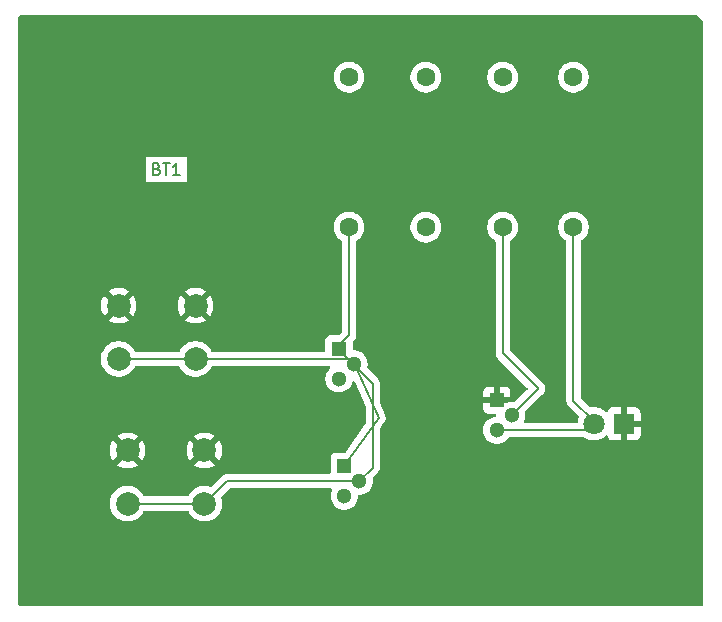
<source format=gbr>
%TF.GenerationSoftware,KiCad,Pcbnew,9.0.5*%
%TF.CreationDate,2025-10-25T12:16:36-07:00*%
%TF.ProjectId,1stproject,31737470-726f-46a6-9563-742e6b696361,rev?*%
%TF.SameCoordinates,Original*%
%TF.FileFunction,Copper,L1,Top*%
%TF.FilePolarity,Positive*%
%FSLAX46Y46*%
G04 Gerber Fmt 4.6, Leading zero omitted, Abs format (unit mm)*
G04 Created by KiCad (PCBNEW 9.0.5) date 2025-10-25 12:16:36*
%MOMM*%
%LPD*%
G01*
G04 APERTURE LIST*
%TA.AperFunction,Conductor*%
%ADD10C,0.200000*%
%TD*%
%ADD11C,0.150000*%
%TA.AperFunction,NonConductor*%
%ADD12C,0.150000*%
%TD*%
%TA.AperFunction,ComponentPad*%
%ADD13C,1.600000*%
%TD*%
%TA.AperFunction,ComponentPad*%
%ADD14R,1.300000X1.300000*%
%TD*%
%TA.AperFunction,ComponentPad*%
%ADD15C,1.300000*%
%TD*%
%TA.AperFunction,ComponentPad*%
%ADD16C,2.000000*%
%TD*%
%TA.AperFunction,ComponentPad*%
%ADD17R,1.800000X1.800000*%
%TD*%
%TA.AperFunction,ComponentPad*%
%ADD18C,1.800000*%
%TD*%
G04 APERTURE END LIST*
D10*
%TO.N,Net-(Q1-B)*%
X125090000Y-93165000D02*
X128000000Y-89075000D01*
X128000000Y-89075000D02*
X126000000Y-84575000D01*
D11*
D12*
X109214285Y-68006009D02*
X109357142Y-68053628D01*
X109357142Y-68053628D02*
X109404761Y-68101247D01*
X109404761Y-68101247D02*
X109452380Y-68196485D01*
X109452380Y-68196485D02*
X109452380Y-68339342D01*
X109452380Y-68339342D02*
X109404761Y-68434580D01*
X109404761Y-68434580D02*
X109357142Y-68482200D01*
X109357142Y-68482200D02*
X109261904Y-68529819D01*
X109261904Y-68529819D02*
X108880952Y-68529819D01*
X108880952Y-68529819D02*
X108880952Y-67529819D01*
X108880952Y-67529819D02*
X109214285Y-67529819D01*
X109214285Y-67529819D02*
X109309523Y-67577438D01*
X109309523Y-67577438D02*
X109357142Y-67625057D01*
X109357142Y-67625057D02*
X109404761Y-67720295D01*
X109404761Y-67720295D02*
X109404761Y-67815533D01*
X109404761Y-67815533D02*
X109357142Y-67910771D01*
X109357142Y-67910771D02*
X109309523Y-67958390D01*
X109309523Y-67958390D02*
X109214285Y-68006009D01*
X109214285Y-68006009D02*
X108880952Y-68006009D01*
X109738095Y-67529819D02*
X110309523Y-67529819D01*
X110023809Y-68529819D02*
X110023809Y-67529819D01*
X111166666Y-68529819D02*
X110595238Y-68529819D01*
X110880952Y-68529819D02*
X110880952Y-67529819D01*
X110880952Y-67529819D02*
X110785714Y-67672676D01*
X110785714Y-67672676D02*
X110690476Y-67767914D01*
X110690476Y-67767914D02*
X110595238Y-67815533D01*
%TD*%
D13*
%TO.P,R2,1*%
%TO.N,Net-(BT1-+)*%
X144500000Y-60225000D03*
%TO.P,R2,2*%
%TO.N,Net-(D1-A)*%
X144500000Y-72925000D03*
%TD*%
%TO.P,R4,1*%
%TO.N,Net-(BT1-+)*%
X125500000Y-60225000D03*
%TO.P,R4,2*%
%TO.N,Net-(Q1-B)*%
X125500000Y-72925000D03*
%TD*%
D14*
%TO.P,Q2,1,E*%
%TO.N,Net-(Q1-B)*%
X125090000Y-93165000D03*
D15*
%TO.P,Q2,2,B*%
X126360000Y-94435000D03*
%TO.P,Q2,3,C*%
%TO.N,Net-(Q1-C)*%
X125090000Y-95705000D03*
%TD*%
D14*
%TO.P,Q1,1,E*%
%TO.N,Net-(Q1-B)*%
X124640000Y-83230000D03*
D15*
%TO.P,Q1,2,B*%
X125910000Y-84500000D03*
%TO.P,Q1,3,C*%
%TO.N,Net-(Q1-C)*%
X124640000Y-85770000D03*
%TD*%
D13*
%TO.P,R1,1*%
%TO.N,Net-(BT1-+)*%
X138500000Y-60225000D03*
%TO.P,R1,2*%
%TO.N,Net-(Q1-C)*%
X138500000Y-72925000D03*
%TD*%
D16*
%TO.P,SW2,1,A*%
%TO.N,GND*%
X106750000Y-91825000D03*
X113250000Y-91825000D03*
%TO.P,SW2,2,B*%
%TO.N,Net-(Q1-B)*%
X106750000Y-96325000D03*
X113250000Y-96325000D03*
%TD*%
%TO.P,SW1,1,A*%
%TO.N,GND*%
X106000000Y-79575000D03*
X112500000Y-79575000D03*
%TO.P,SW1,2,B*%
%TO.N,Net-(Q1-B)*%
X106000000Y-84075000D03*
X112500000Y-84075000D03*
%TD*%
D17*
%TO.P,D1,1,K*%
%TO.N,GND*%
X148775000Y-89575000D03*
D18*
%TO.P,D1,2,A*%
%TO.N,Net-(D1-A)*%
X146235000Y-89575000D03*
%TD*%
D13*
%TO.P,R3,1*%
%TO.N,Net-(BT1-+)*%
X132000000Y-60225000D03*
%TO.P,R3,2*%
%TO.N,Net-(Q1-B)*%
X132000000Y-72925000D03*
%TD*%
D14*
%TO.P,Q3,1,E*%
%TO.N,GND*%
X138000000Y-87575000D03*
D15*
%TO.P,Q3,2,B*%
%TO.N,Net-(Q1-C)*%
X139270000Y-88845000D03*
%TO.P,Q3,3,C*%
%TO.N,Net-(D1-A)*%
X138000000Y-90115000D03*
%TD*%
D10*
%TO.N,Net-(D1-A)*%
X138000000Y-90115000D02*
X145695000Y-90115000D01*
X146235000Y-89575000D02*
X146235000Y-89340000D01*
X145695000Y-90115000D02*
X146235000Y-89575000D01*
X144500000Y-87605000D02*
X144500000Y-72925000D01*
X146235000Y-89340000D02*
X144500000Y-87605000D01*
%TO.N,Net-(Q1-B)*%
X124640000Y-83305000D02*
X124640000Y-82935000D01*
X113250000Y-96325000D02*
X115140000Y-94435000D01*
X127500000Y-93295000D02*
X127500000Y-86165000D01*
X125410000Y-84075000D02*
X125910000Y-84575000D01*
X112500000Y-84075000D02*
X125410000Y-84075000D01*
X126360000Y-94435000D02*
X127500000Y-93295000D01*
X115140000Y-94435000D02*
X126360000Y-94435000D01*
X106000000Y-84075000D02*
X112500000Y-84075000D01*
X106750000Y-96325000D02*
X113250000Y-96325000D01*
X127500000Y-86165000D02*
X124640000Y-83305000D01*
X124640000Y-82935000D02*
X125500000Y-82075000D01*
X125500000Y-82075000D02*
X125500000Y-72925000D01*
%TO.N,Net-(Q1-C)*%
X139270000Y-88845000D02*
X141500000Y-86615000D01*
X141500000Y-86615000D02*
X141500000Y-86575000D01*
X138500000Y-83575000D02*
X138500000Y-72925000D01*
X141500000Y-86575000D02*
X138500000Y-83575000D01*
%TD*%
%TA.AperFunction,Conductor*%
%TO.N,GND*%
G36*
X155015677Y-55019685D02*
G01*
X155036319Y-55036319D01*
X155463681Y-55463681D01*
X155497166Y-55525004D01*
X155500000Y-55551362D01*
X155500000Y-104876000D01*
X155480315Y-104943039D01*
X155427511Y-104988794D01*
X155376000Y-105000000D01*
X97624000Y-105000000D01*
X97556961Y-104980315D01*
X97511206Y-104927511D01*
X97500000Y-104876000D01*
X97500000Y-91706947D01*
X105250000Y-91706947D01*
X105250000Y-91943052D01*
X105286934Y-92176247D01*
X105359897Y-92400802D01*
X105467087Y-92611174D01*
X105527338Y-92694104D01*
X105527340Y-92694105D01*
X106226212Y-91995233D01*
X106237482Y-92037292D01*
X106309890Y-92162708D01*
X106412292Y-92265110D01*
X106537708Y-92337518D01*
X106579765Y-92348787D01*
X105880893Y-93047658D01*
X105963828Y-93107914D01*
X106174197Y-93215102D01*
X106398752Y-93288065D01*
X106398751Y-93288065D01*
X106631948Y-93325000D01*
X106868052Y-93325000D01*
X107101247Y-93288065D01*
X107325802Y-93215102D01*
X107536163Y-93107918D01*
X107536169Y-93107914D01*
X107619104Y-93047658D01*
X107619105Y-93047658D01*
X106920233Y-92348787D01*
X106962292Y-92337518D01*
X107087708Y-92265110D01*
X107190110Y-92162708D01*
X107262518Y-92037292D01*
X107273787Y-91995234D01*
X107972658Y-92694105D01*
X107972658Y-92694104D01*
X108032914Y-92611169D01*
X108032918Y-92611163D01*
X108140102Y-92400802D01*
X108213065Y-92176247D01*
X108250000Y-91943052D01*
X108250000Y-91706947D01*
X111750000Y-91706947D01*
X111750000Y-91943052D01*
X111786934Y-92176247D01*
X111859897Y-92400802D01*
X111967087Y-92611174D01*
X112027338Y-92694104D01*
X112027340Y-92694105D01*
X112726212Y-91995233D01*
X112737482Y-92037292D01*
X112809890Y-92162708D01*
X112912292Y-92265110D01*
X113037708Y-92337518D01*
X113079765Y-92348787D01*
X112380893Y-93047658D01*
X112463828Y-93107914D01*
X112674197Y-93215102D01*
X112898752Y-93288065D01*
X112898751Y-93288065D01*
X113131948Y-93325000D01*
X113368052Y-93325000D01*
X113601247Y-93288065D01*
X113825802Y-93215102D01*
X114036163Y-93107918D01*
X114036169Y-93107914D01*
X114119104Y-93047658D01*
X114119105Y-93047658D01*
X113420233Y-92348787D01*
X113462292Y-92337518D01*
X113587708Y-92265110D01*
X113690110Y-92162708D01*
X113762518Y-92037292D01*
X113773787Y-91995234D01*
X114472658Y-92694105D01*
X114472658Y-92694104D01*
X114532914Y-92611169D01*
X114532918Y-92611163D01*
X114640102Y-92400802D01*
X114713065Y-92176247D01*
X114750000Y-91943052D01*
X114750000Y-91706947D01*
X114713065Y-91473752D01*
X114640102Y-91249197D01*
X114532914Y-91038828D01*
X114472658Y-90955894D01*
X114472658Y-90955893D01*
X113773787Y-91654765D01*
X113762518Y-91612708D01*
X113690110Y-91487292D01*
X113587708Y-91384890D01*
X113462292Y-91312482D01*
X113420234Y-91301212D01*
X114119105Y-90602340D01*
X114119104Y-90602338D01*
X114036174Y-90542087D01*
X113825802Y-90434897D01*
X113601247Y-90361934D01*
X113601248Y-90361934D01*
X113368052Y-90325000D01*
X113131948Y-90325000D01*
X112898752Y-90361934D01*
X112674197Y-90434897D01*
X112463830Y-90542084D01*
X112380894Y-90602340D01*
X113079766Y-91301212D01*
X113037708Y-91312482D01*
X112912292Y-91384890D01*
X112809890Y-91487292D01*
X112737482Y-91612708D01*
X112726212Y-91654766D01*
X112027340Y-90955894D01*
X111967084Y-91038830D01*
X111859897Y-91249197D01*
X111786934Y-91473752D01*
X111750000Y-91706947D01*
X108250000Y-91706947D01*
X108213065Y-91473752D01*
X108140102Y-91249197D01*
X108032914Y-91038828D01*
X107972658Y-90955894D01*
X107972658Y-90955893D01*
X107273787Y-91654765D01*
X107262518Y-91612708D01*
X107190110Y-91487292D01*
X107087708Y-91384890D01*
X106962292Y-91312482D01*
X106920234Y-91301212D01*
X107619105Y-90602340D01*
X107619104Y-90602339D01*
X107536174Y-90542087D01*
X107325802Y-90434897D01*
X107101247Y-90361934D01*
X107101248Y-90361934D01*
X106868052Y-90325000D01*
X106631948Y-90325000D01*
X106398752Y-90361934D01*
X106174197Y-90434897D01*
X105963830Y-90542084D01*
X105880894Y-90602340D01*
X106579766Y-91301212D01*
X106537708Y-91312482D01*
X106412292Y-91384890D01*
X106309890Y-91487292D01*
X106237482Y-91612708D01*
X106226212Y-91654766D01*
X105527340Y-90955894D01*
X105467084Y-91038830D01*
X105359897Y-91249197D01*
X105286934Y-91473752D01*
X105250000Y-91706947D01*
X97500000Y-91706947D01*
X97500000Y-83956902D01*
X104499500Y-83956902D01*
X104499500Y-84193097D01*
X104536446Y-84426368D01*
X104609433Y-84650996D01*
X104678224Y-84786004D01*
X104716657Y-84861433D01*
X104855483Y-85052510D01*
X105022490Y-85219517D01*
X105213567Y-85358343D01*
X105312991Y-85409002D01*
X105424003Y-85465566D01*
X105424005Y-85465566D01*
X105424008Y-85465568D01*
X105531791Y-85500589D01*
X105648631Y-85538553D01*
X105881903Y-85575500D01*
X105881908Y-85575500D01*
X106118097Y-85575500D01*
X106351368Y-85538553D01*
X106575992Y-85465568D01*
X106786433Y-85358343D01*
X106977510Y-85219517D01*
X107144517Y-85052510D01*
X107283343Y-84861433D01*
X107343583Y-84743204D01*
X107391558Y-84692409D01*
X107454068Y-84675500D01*
X111045932Y-84675500D01*
X111112971Y-84695185D01*
X111156416Y-84743203D01*
X111216657Y-84861433D01*
X111355483Y-85052510D01*
X111522490Y-85219517D01*
X111713567Y-85358343D01*
X111812991Y-85409002D01*
X111924003Y-85465566D01*
X111924005Y-85465566D01*
X111924008Y-85465568D01*
X112031791Y-85500589D01*
X112148631Y-85538553D01*
X112381903Y-85575500D01*
X112381908Y-85575500D01*
X112618097Y-85575500D01*
X112851368Y-85538553D01*
X113075992Y-85465568D01*
X113286433Y-85358343D01*
X113477510Y-85219517D01*
X113644517Y-85052510D01*
X113783343Y-84861433D01*
X113843583Y-84743204D01*
X113891558Y-84692409D01*
X113954068Y-84675500D01*
X123808395Y-84675500D01*
X123875434Y-84695185D01*
X123921189Y-84747989D01*
X123931133Y-84817147D01*
X123902108Y-84880703D01*
X123893847Y-84888905D01*
X123893944Y-84889002D01*
X123762445Y-85020500D01*
X123762441Y-85020505D01*
X123656006Y-85167002D01*
X123573788Y-85328360D01*
X123573787Y-85328363D01*
X123517829Y-85500589D01*
X123489500Y-85679448D01*
X123489500Y-85860551D01*
X123517829Y-86039410D01*
X123573787Y-86211636D01*
X123573788Y-86211639D01*
X123656006Y-86372997D01*
X123762441Y-86519494D01*
X123762445Y-86519499D01*
X123890500Y-86647554D01*
X123890505Y-86647558D01*
X123954508Y-86694058D01*
X124037006Y-86753996D01*
X124142484Y-86807740D01*
X124198360Y-86836211D01*
X124198363Y-86836212D01*
X124284476Y-86864191D01*
X124370591Y-86892171D01*
X124453429Y-86905291D01*
X124549449Y-86920500D01*
X124549454Y-86920500D01*
X124730551Y-86920500D01*
X124817259Y-86906765D01*
X124909409Y-86892171D01*
X125081639Y-86836211D01*
X125242994Y-86753996D01*
X125389501Y-86647553D01*
X125517553Y-86519501D01*
X125623996Y-86372994D01*
X125706211Y-86211639D01*
X125760035Y-86045982D01*
X125799472Y-85988307D01*
X125863830Y-85961108D01*
X125932676Y-85973022D01*
X125984153Y-86020266D01*
X125991279Y-86033939D01*
X126413403Y-86983717D01*
X126850616Y-87967447D01*
X126888813Y-88053389D01*
X126899500Y-88103750D01*
X126899500Y-89546312D01*
X126879815Y-89613351D01*
X126876536Y-89618198D01*
X125208666Y-91962386D01*
X125153762Y-92005599D01*
X125107630Y-92014500D01*
X124392129Y-92014500D01*
X124392123Y-92014501D01*
X124332516Y-92020908D01*
X124197671Y-92071202D01*
X124197664Y-92071206D01*
X124082455Y-92157452D01*
X124082452Y-92157455D01*
X123996206Y-92272664D01*
X123996202Y-92272671D01*
X123945908Y-92407517D01*
X123939501Y-92467116D01*
X123939500Y-92467127D01*
X123939500Y-93107918D01*
X123939501Y-93710500D01*
X123919816Y-93777539D01*
X123867013Y-93823294D01*
X123815501Y-93834500D01*
X115226670Y-93834500D01*
X115226654Y-93834499D01*
X115219058Y-93834499D01*
X115060943Y-93834499D01*
X114984579Y-93854961D01*
X114908214Y-93875423D01*
X114908209Y-93875426D01*
X114771290Y-93954475D01*
X114771282Y-93954481D01*
X113853563Y-94872200D01*
X113792240Y-94905685D01*
X113727564Y-94902450D01*
X113601370Y-94861447D01*
X113368097Y-94824500D01*
X113368092Y-94824500D01*
X113131908Y-94824500D01*
X113131903Y-94824500D01*
X112898631Y-94861446D01*
X112674003Y-94934433D01*
X112463566Y-95041657D01*
X112380504Y-95102006D01*
X112272490Y-95180483D01*
X112272488Y-95180485D01*
X112272487Y-95180485D01*
X112105485Y-95347487D01*
X112105485Y-95347488D01*
X112105483Y-95347490D01*
X112053533Y-95418993D01*
X111966657Y-95538566D01*
X111945520Y-95580051D01*
X111927991Y-95614454D01*
X111906417Y-95656795D01*
X111858442Y-95707591D01*
X111795932Y-95724500D01*
X108204068Y-95724500D01*
X108137029Y-95704815D01*
X108093583Y-95656795D01*
X108033343Y-95538567D01*
X107894517Y-95347490D01*
X107727510Y-95180483D01*
X107536433Y-95041657D01*
X107524349Y-95035500D01*
X107325996Y-94934433D01*
X107101368Y-94861446D01*
X106868097Y-94824500D01*
X106868092Y-94824500D01*
X106631908Y-94824500D01*
X106631903Y-94824500D01*
X106398631Y-94861446D01*
X106174003Y-94934433D01*
X105963566Y-95041657D01*
X105880504Y-95102006D01*
X105772490Y-95180483D01*
X105772488Y-95180485D01*
X105772487Y-95180485D01*
X105605485Y-95347487D01*
X105605485Y-95347488D01*
X105605483Y-95347490D01*
X105553533Y-95418993D01*
X105466657Y-95538566D01*
X105359433Y-95749003D01*
X105286446Y-95973631D01*
X105249500Y-96206902D01*
X105249500Y-96443097D01*
X105286446Y-96676368D01*
X105359433Y-96900996D01*
X105466657Y-97111433D01*
X105605483Y-97302510D01*
X105772490Y-97469517D01*
X105963567Y-97608343D01*
X106062991Y-97659002D01*
X106174003Y-97715566D01*
X106174005Y-97715566D01*
X106174008Y-97715568D01*
X106294412Y-97754689D01*
X106398631Y-97788553D01*
X106631903Y-97825500D01*
X106631908Y-97825500D01*
X106868097Y-97825500D01*
X107101368Y-97788553D01*
X107325992Y-97715568D01*
X107536433Y-97608343D01*
X107727510Y-97469517D01*
X107894517Y-97302510D01*
X108033343Y-97111433D01*
X108093583Y-96993204D01*
X108141558Y-96942409D01*
X108204068Y-96925500D01*
X111795932Y-96925500D01*
X111862971Y-96945185D01*
X111906416Y-96993203D01*
X111966657Y-97111433D01*
X112105483Y-97302510D01*
X112272490Y-97469517D01*
X112463567Y-97608343D01*
X112562991Y-97659002D01*
X112674003Y-97715566D01*
X112674005Y-97715566D01*
X112674008Y-97715568D01*
X112794412Y-97754689D01*
X112898631Y-97788553D01*
X113131903Y-97825500D01*
X113131908Y-97825500D01*
X113368097Y-97825500D01*
X113601368Y-97788553D01*
X113825992Y-97715568D01*
X114036433Y-97608343D01*
X114227510Y-97469517D01*
X114394517Y-97302510D01*
X114533343Y-97111433D01*
X114640568Y-96900992D01*
X114713553Y-96676368D01*
X114728412Y-96582553D01*
X114750500Y-96443097D01*
X114750500Y-96206902D01*
X114713553Y-95973635D01*
X114713553Y-95973632D01*
X114672547Y-95847433D01*
X114670553Y-95777593D01*
X114702796Y-95721437D01*
X115352417Y-95071819D01*
X115413740Y-95038334D01*
X115440098Y-95035500D01*
X123937540Y-95035500D01*
X124004579Y-95055185D01*
X124050334Y-95107989D01*
X124060278Y-95177147D01*
X124048025Y-95215795D01*
X124023788Y-95263360D01*
X124023787Y-95263363D01*
X123967829Y-95435589D01*
X123939500Y-95614448D01*
X123939500Y-95795551D01*
X123967829Y-95974410D01*
X124023787Y-96146636D01*
X124023788Y-96146639D01*
X124106006Y-96307997D01*
X124212441Y-96454494D01*
X124212445Y-96454499D01*
X124340500Y-96582554D01*
X124340505Y-96582558D01*
X124468287Y-96675396D01*
X124487006Y-96688996D01*
X124592484Y-96742740D01*
X124648360Y-96771211D01*
X124648363Y-96771212D01*
X124734476Y-96799191D01*
X124820591Y-96827171D01*
X124903429Y-96840291D01*
X124999449Y-96855500D01*
X124999454Y-96855500D01*
X125180551Y-96855500D01*
X125267259Y-96841765D01*
X125359409Y-96827171D01*
X125531639Y-96771211D01*
X125692994Y-96688996D01*
X125839501Y-96582553D01*
X125967553Y-96454501D01*
X126073996Y-96307994D01*
X126156211Y-96146639D01*
X126212171Y-95974409D01*
X126232282Y-95847434D01*
X126240500Y-95795551D01*
X126240500Y-95709500D01*
X126260185Y-95642461D01*
X126312989Y-95596706D01*
X126364500Y-95585500D01*
X126450551Y-95585500D01*
X126537259Y-95571765D01*
X126629409Y-95557171D01*
X126801639Y-95501211D01*
X126962994Y-95418996D01*
X127109501Y-95312553D01*
X127237553Y-95184501D01*
X127343996Y-95037994D01*
X127426211Y-94876639D01*
X127482171Y-94704409D01*
X127496765Y-94612259D01*
X127510500Y-94525551D01*
X127510500Y-94344449D01*
X127491572Y-94224949D01*
X127500526Y-94155655D01*
X127526361Y-94117872D01*
X127858506Y-93785728D01*
X127858511Y-93785724D01*
X127868714Y-93775520D01*
X127868716Y-93775520D01*
X127980520Y-93663716D01*
X128059577Y-93526784D01*
X128100500Y-93374057D01*
X128100500Y-90024448D01*
X136849500Y-90024448D01*
X136849500Y-90205551D01*
X136877829Y-90384410D01*
X136933787Y-90556636D01*
X136933788Y-90556639D01*
X136977916Y-90643242D01*
X137015541Y-90717086D01*
X137016006Y-90717997D01*
X137122441Y-90864494D01*
X137122445Y-90864499D01*
X137250500Y-90992554D01*
X137250505Y-90992558D01*
X137314191Y-91038828D01*
X137397006Y-91098996D01*
X137502484Y-91152740D01*
X137558360Y-91181211D01*
X137558363Y-91181212D01*
X137644476Y-91209191D01*
X137730591Y-91237171D01*
X137813429Y-91250291D01*
X137909449Y-91265500D01*
X137909454Y-91265500D01*
X138090551Y-91265500D01*
X138177259Y-91251765D01*
X138269409Y-91237171D01*
X138441639Y-91181211D01*
X138602994Y-91098996D01*
X138749501Y-90992553D01*
X138877553Y-90864501D01*
X138948670Y-90766615D01*
X139004000Y-90723949D01*
X139048989Y-90715500D01*
X145381800Y-90715500D01*
X145448839Y-90735185D01*
X145454685Y-90739182D01*
X145492446Y-90766616D01*
X145500978Y-90772815D01*
X145617501Y-90832187D01*
X145697393Y-90872895D01*
X145697396Y-90872896D01*
X145802221Y-90906955D01*
X145907049Y-90941015D01*
X146124778Y-90975500D01*
X146124779Y-90975500D01*
X146345221Y-90975500D01*
X146345222Y-90975500D01*
X146562951Y-90941015D01*
X146772606Y-90872895D01*
X146969022Y-90772815D01*
X147147365Y-90643242D01*
X147197924Y-90592682D01*
X147259245Y-90559198D01*
X147328936Y-90564182D01*
X147384870Y-90606053D01*
X147401786Y-90637030D01*
X147431646Y-90717087D01*
X147431649Y-90717093D01*
X147517809Y-90832187D01*
X147517812Y-90832190D01*
X147632906Y-90918350D01*
X147632913Y-90918354D01*
X147767620Y-90968596D01*
X147767627Y-90968598D01*
X147827155Y-90974999D01*
X147827172Y-90975000D01*
X148525000Y-90975000D01*
X148525000Y-89950277D01*
X148601306Y-89994333D01*
X148715756Y-90025000D01*
X148834244Y-90025000D01*
X148948694Y-89994333D01*
X149025000Y-89950277D01*
X149025000Y-90975000D01*
X149722828Y-90975000D01*
X149722844Y-90974999D01*
X149782372Y-90968598D01*
X149782379Y-90968596D01*
X149917086Y-90918354D01*
X149917093Y-90918350D01*
X150032187Y-90832190D01*
X150032190Y-90832187D01*
X150118350Y-90717093D01*
X150118354Y-90717086D01*
X150168596Y-90582379D01*
X150168598Y-90582372D01*
X150174999Y-90522844D01*
X150175000Y-90522827D01*
X150175000Y-89825000D01*
X149150278Y-89825000D01*
X149194333Y-89748694D01*
X149225000Y-89634244D01*
X149225000Y-89515756D01*
X149194333Y-89401306D01*
X149150278Y-89325000D01*
X150175000Y-89325000D01*
X150175000Y-88627172D01*
X150174999Y-88627155D01*
X150168598Y-88567627D01*
X150168596Y-88567620D01*
X150118354Y-88432913D01*
X150118350Y-88432906D01*
X150032190Y-88317812D01*
X150032187Y-88317809D01*
X149917093Y-88231649D01*
X149917086Y-88231645D01*
X149782379Y-88181403D01*
X149782372Y-88181401D01*
X149722844Y-88175000D01*
X149025000Y-88175000D01*
X149025000Y-89199722D01*
X148948694Y-89155667D01*
X148834244Y-89125000D01*
X148715756Y-89125000D01*
X148601306Y-89155667D01*
X148525000Y-89199722D01*
X148525000Y-88175000D01*
X147827155Y-88175000D01*
X147767627Y-88181401D01*
X147767620Y-88181403D01*
X147632913Y-88231645D01*
X147632906Y-88231649D01*
X147517812Y-88317809D01*
X147517809Y-88317812D01*
X147431649Y-88432906D01*
X147431643Y-88432918D01*
X147401785Y-88512969D01*
X147359914Y-88568903D01*
X147294449Y-88593319D01*
X147226176Y-88578467D01*
X147197923Y-88557316D01*
X147147363Y-88506756D01*
X147147358Y-88506752D01*
X146969025Y-88377187D01*
X146969024Y-88377186D01*
X146969022Y-88377185D01*
X146906096Y-88345122D01*
X146772606Y-88277104D01*
X146772603Y-88277103D01*
X146562952Y-88208985D01*
X146454086Y-88191742D01*
X146345222Y-88174500D01*
X146124778Y-88174500D01*
X146124772Y-88174500D01*
X146009309Y-88192787D01*
X145940016Y-88183832D01*
X145902231Y-88157995D01*
X145136819Y-87392583D01*
X145103334Y-87331260D01*
X145100500Y-87304902D01*
X145100500Y-74154601D01*
X145120185Y-74087562D01*
X145168206Y-74044116D01*
X145181610Y-74037287D01*
X145347219Y-73916966D01*
X145491966Y-73772219D01*
X145491968Y-73772215D01*
X145491971Y-73772213D01*
X145544732Y-73699590D01*
X145612287Y-73606610D01*
X145705220Y-73424219D01*
X145768477Y-73229534D01*
X145800500Y-73027352D01*
X145800500Y-72822648D01*
X145768477Y-72620466D01*
X145705220Y-72425781D01*
X145705218Y-72425778D01*
X145705218Y-72425776D01*
X145671503Y-72359607D01*
X145612287Y-72243390D01*
X145604556Y-72232749D01*
X145491971Y-72077786D01*
X145347213Y-71933028D01*
X145181613Y-71812715D01*
X145181612Y-71812714D01*
X145181610Y-71812713D01*
X145124653Y-71783691D01*
X144999223Y-71719781D01*
X144804534Y-71656522D01*
X144629995Y-71628878D01*
X144602352Y-71624500D01*
X144397648Y-71624500D01*
X144373329Y-71628351D01*
X144195465Y-71656522D01*
X144000776Y-71719781D01*
X143818386Y-71812715D01*
X143652786Y-71933028D01*
X143508028Y-72077786D01*
X143387715Y-72243386D01*
X143294781Y-72425776D01*
X143231522Y-72620465D01*
X143199500Y-72822648D01*
X143199500Y-73027351D01*
X143231522Y-73229534D01*
X143294781Y-73424223D01*
X143387715Y-73606613D01*
X143508028Y-73772213D01*
X143508034Y-73772219D01*
X143652781Y-73916966D01*
X143818390Y-74037287D01*
X143831793Y-74044116D01*
X143882589Y-74092088D01*
X143899500Y-74154601D01*
X143899500Y-87518330D01*
X143899499Y-87518348D01*
X143899499Y-87684054D01*
X143899498Y-87684054D01*
X143940423Y-87836787D01*
X143940424Y-87836788D01*
X143954404Y-87861001D01*
X143954406Y-87861004D01*
X144019477Y-87973712D01*
X144019481Y-87973717D01*
X144138349Y-88092585D01*
X144138355Y-88092590D01*
X144922699Y-88876934D01*
X144956184Y-88938257D01*
X144951200Y-89007949D01*
X144945505Y-89020906D01*
X144937105Y-89037391D01*
X144937103Y-89037396D01*
X144868985Y-89247047D01*
X144843192Y-89409898D01*
X144813263Y-89473033D01*
X144753951Y-89509964D01*
X144720719Y-89514500D01*
X140422460Y-89514500D01*
X140355421Y-89494815D01*
X140309666Y-89442011D01*
X140299722Y-89372853D01*
X140311975Y-89334205D01*
X140336211Y-89286639D01*
X140336212Y-89286636D01*
X140358909Y-89216780D01*
X140392171Y-89114409D01*
X140409033Y-89007949D01*
X140420500Y-88935551D01*
X140420500Y-88754449D01*
X140406863Y-88668354D01*
X140401572Y-88634947D01*
X140410526Y-88565655D01*
X140436361Y-88527872D01*
X141858506Y-87105728D01*
X141858511Y-87105724D01*
X141868714Y-87095520D01*
X141868716Y-87095520D01*
X141980520Y-86983716D01*
X142033373Y-86892171D01*
X142059577Y-86846785D01*
X142100500Y-86694058D01*
X142100500Y-86664060D01*
X142100501Y-86664047D01*
X142100501Y-86495944D01*
X142096671Y-86481649D01*
X142059577Y-86343216D01*
X142059573Y-86343209D01*
X141980524Y-86206290D01*
X141980518Y-86206282D01*
X139136819Y-83362583D01*
X139103334Y-83301260D01*
X139100500Y-83274902D01*
X139100500Y-74154601D01*
X139120185Y-74087562D01*
X139168206Y-74044116D01*
X139181610Y-74037287D01*
X139347219Y-73916966D01*
X139491966Y-73772219D01*
X139491968Y-73772215D01*
X139491971Y-73772213D01*
X139544732Y-73699590D01*
X139612287Y-73606610D01*
X139705220Y-73424219D01*
X139768477Y-73229534D01*
X139800500Y-73027352D01*
X139800500Y-72822648D01*
X139768477Y-72620466D01*
X139705220Y-72425781D01*
X139705218Y-72425778D01*
X139705218Y-72425776D01*
X139671503Y-72359607D01*
X139612287Y-72243390D01*
X139604556Y-72232749D01*
X139491971Y-72077786D01*
X139347213Y-71933028D01*
X139181613Y-71812715D01*
X139181612Y-71812714D01*
X139181610Y-71812713D01*
X139124653Y-71783691D01*
X138999223Y-71719781D01*
X138804534Y-71656522D01*
X138629995Y-71628878D01*
X138602352Y-71624500D01*
X138397648Y-71624500D01*
X138373329Y-71628351D01*
X138195465Y-71656522D01*
X138000776Y-71719781D01*
X137818386Y-71812715D01*
X137652786Y-71933028D01*
X137508028Y-72077786D01*
X137387715Y-72243386D01*
X137294781Y-72425776D01*
X137231522Y-72620465D01*
X137199500Y-72822648D01*
X137199500Y-73027351D01*
X137231522Y-73229534D01*
X137294781Y-73424223D01*
X137387715Y-73606613D01*
X137508028Y-73772213D01*
X137508034Y-73772219D01*
X137652781Y-73916966D01*
X137818390Y-74037287D01*
X137831793Y-74044116D01*
X137882589Y-74092088D01*
X137899500Y-74154601D01*
X137899500Y-83488330D01*
X137899499Y-83488348D01*
X137899499Y-83654054D01*
X137899498Y-83654054D01*
X137899499Y-83654057D01*
X137940423Y-83806785D01*
X137940424Y-83806787D01*
X137940423Y-83806787D01*
X137948027Y-83819956D01*
X137948028Y-83819957D01*
X138019477Y-83943712D01*
X138019481Y-83943717D01*
X138138349Y-84062585D01*
X138138354Y-84062589D01*
X140583084Y-86507320D01*
X140616568Y-86568641D01*
X140611584Y-86638333D01*
X140583083Y-86682680D01*
X139587129Y-87678634D01*
X139525806Y-87712119D01*
X139480051Y-87713426D01*
X139360553Y-87694500D01*
X139360546Y-87694500D01*
X139179454Y-87694500D01*
X139179449Y-87694500D01*
X139000589Y-87722829D01*
X138828363Y-87778787D01*
X138828360Y-87778788D01*
X138764192Y-87811485D01*
X138707897Y-87825000D01*
X138280330Y-87825000D01*
X138300075Y-87805255D01*
X138349444Y-87719745D01*
X138375000Y-87624370D01*
X138375000Y-87525630D01*
X138349444Y-87430255D01*
X138300075Y-87344745D01*
X138280330Y-87325000D01*
X139150000Y-87325000D01*
X139150000Y-86877172D01*
X139149999Y-86877155D01*
X139143598Y-86817627D01*
X139143596Y-86817620D01*
X139093354Y-86682913D01*
X139093350Y-86682906D01*
X139007190Y-86567812D01*
X139007187Y-86567809D01*
X138892093Y-86481649D01*
X138892086Y-86481645D01*
X138757379Y-86431403D01*
X138757372Y-86431401D01*
X138697844Y-86425000D01*
X138250000Y-86425000D01*
X138250000Y-87294670D01*
X138230255Y-87274925D01*
X138144745Y-87225556D01*
X138049370Y-87200000D01*
X137950630Y-87200000D01*
X137855255Y-87225556D01*
X137769745Y-87274925D01*
X137750000Y-87294670D01*
X137750000Y-86425000D01*
X137302155Y-86425000D01*
X137242627Y-86431401D01*
X137242620Y-86431403D01*
X137107913Y-86481645D01*
X137107906Y-86481649D01*
X136992812Y-86567809D01*
X136992809Y-86567812D01*
X136906649Y-86682906D01*
X136906645Y-86682913D01*
X136856403Y-86817620D01*
X136856401Y-86817627D01*
X136850000Y-86877155D01*
X136850000Y-87325000D01*
X137719670Y-87325000D01*
X137699925Y-87344745D01*
X137650556Y-87430255D01*
X137625000Y-87525630D01*
X137625000Y-87624370D01*
X137650556Y-87719745D01*
X137699925Y-87805255D01*
X137719670Y-87825000D01*
X136850000Y-87825000D01*
X136850000Y-88272844D01*
X136856401Y-88332372D01*
X136856403Y-88332379D01*
X136906645Y-88467086D01*
X136906649Y-88467093D01*
X136992809Y-88582187D01*
X136992812Y-88582190D01*
X137107906Y-88668350D01*
X137107913Y-88668354D01*
X137242620Y-88718596D01*
X137242627Y-88718598D01*
X137302155Y-88724999D01*
X137302172Y-88725000D01*
X137846026Y-88725000D01*
X137913065Y-88744685D01*
X137958820Y-88797489D01*
X137968764Y-88866647D01*
X137939739Y-88930203D01*
X137880961Y-88967977D01*
X137865424Y-88971473D01*
X137730589Y-88992829D01*
X137558363Y-89048787D01*
X137558360Y-89048788D01*
X137397002Y-89131006D01*
X137250505Y-89237441D01*
X137250500Y-89237445D01*
X137122445Y-89365500D01*
X137122441Y-89365505D01*
X137016006Y-89512002D01*
X136933788Y-89673360D01*
X136933787Y-89673363D01*
X136877829Y-89845589D01*
X136849500Y-90024448D01*
X128100500Y-90024448D01*
X128100500Y-90009185D01*
X128120185Y-89942146D01*
X128123464Y-89937299D01*
X128188715Y-89845589D01*
X128487159Y-89426125D01*
X128487640Y-89425455D01*
X128532095Y-89364355D01*
X128532098Y-89364346D01*
X128533900Y-89361034D01*
X128533901Y-89361032D01*
X128535039Y-89358938D01*
X128535121Y-89358715D01*
X128535125Y-89358711D01*
X128561408Y-89288155D01*
X128561803Y-89287112D01*
X128561985Y-89286639D01*
X128588855Y-89216779D01*
X128588855Y-89216773D01*
X128589736Y-89213115D01*
X128589741Y-89213093D01*
X128590298Y-89210776D01*
X128590319Y-89210546D01*
X128590321Y-89210543D01*
X128597507Y-89134963D01*
X128605484Y-89059541D01*
X128604981Y-89056362D01*
X128605288Y-89053144D01*
X128605287Y-89053141D01*
X128605288Y-89053138D01*
X128592656Y-88978208D01*
X128580852Y-88903357D01*
X128579542Y-88900410D01*
X128579005Y-88897223D01*
X128569729Y-88876934D01*
X128547721Y-88828794D01*
X128547181Y-88827597D01*
X128111187Y-87846610D01*
X128100500Y-87796249D01*
X128100500Y-86254060D01*
X128100501Y-86254047D01*
X128100501Y-86085945D01*
X128100501Y-86085943D01*
X128059577Y-85933215D01*
X127980520Y-85796284D01*
X127066072Y-84881836D01*
X127032587Y-84820513D01*
X127033092Y-84774487D01*
X127031409Y-84774221D01*
X127060500Y-84590551D01*
X127060500Y-84409448D01*
X127044019Y-84305397D01*
X127032171Y-84230591D01*
X126977585Y-84062590D01*
X126976212Y-84058363D01*
X126976211Y-84058360D01*
X126947740Y-84002484D01*
X126893996Y-83897006D01*
X126838016Y-83819956D01*
X126787558Y-83750505D01*
X126787554Y-83750500D01*
X126659499Y-83622445D01*
X126659494Y-83622441D01*
X126512997Y-83516006D01*
X126512996Y-83516005D01*
X126512994Y-83516004D01*
X126458681Y-83488330D01*
X126351639Y-83433788D01*
X126351636Y-83433787D01*
X126179410Y-83377829D01*
X126000551Y-83349500D01*
X126000546Y-83349500D01*
X125914499Y-83349500D01*
X125847460Y-83329815D01*
X125801705Y-83277011D01*
X125790499Y-83225500D01*
X125790499Y-82685098D01*
X125810184Y-82618059D01*
X125826813Y-82597422D01*
X125980520Y-82443716D01*
X126059577Y-82306784D01*
X126100501Y-82154057D01*
X126100501Y-81995942D01*
X126100501Y-81988347D01*
X126100500Y-81988329D01*
X126100500Y-74154601D01*
X126120185Y-74087562D01*
X126168206Y-74044116D01*
X126181610Y-74037287D01*
X126347219Y-73916966D01*
X126491966Y-73772219D01*
X126491968Y-73772215D01*
X126491971Y-73772213D01*
X126544732Y-73699590D01*
X126612287Y-73606610D01*
X126705220Y-73424219D01*
X126768477Y-73229534D01*
X126800500Y-73027352D01*
X126800500Y-72822648D01*
X130699500Y-72822648D01*
X130699500Y-73027351D01*
X130731522Y-73229534D01*
X130794781Y-73424223D01*
X130887715Y-73606613D01*
X131008028Y-73772213D01*
X131152786Y-73916971D01*
X131307749Y-74029556D01*
X131318390Y-74037287D01*
X131399499Y-74078614D01*
X131500776Y-74130218D01*
X131500778Y-74130218D01*
X131500781Y-74130220D01*
X131575818Y-74154601D01*
X131695465Y-74193477D01*
X131796557Y-74209488D01*
X131897648Y-74225500D01*
X131897649Y-74225500D01*
X132102351Y-74225500D01*
X132102352Y-74225500D01*
X132304534Y-74193477D01*
X132499219Y-74130220D01*
X132681610Y-74037287D01*
X132774590Y-73969732D01*
X132847213Y-73916971D01*
X132847215Y-73916968D01*
X132847219Y-73916966D01*
X132991966Y-73772219D01*
X132991968Y-73772215D01*
X132991971Y-73772213D01*
X133044732Y-73699590D01*
X133112287Y-73606610D01*
X133205220Y-73424219D01*
X133268477Y-73229534D01*
X133300500Y-73027352D01*
X133300500Y-72822648D01*
X133268477Y-72620466D01*
X133205220Y-72425781D01*
X133205218Y-72425778D01*
X133205218Y-72425776D01*
X133171503Y-72359607D01*
X133112287Y-72243390D01*
X133104556Y-72232749D01*
X132991971Y-72077786D01*
X132847213Y-71933028D01*
X132681613Y-71812715D01*
X132681612Y-71812714D01*
X132681610Y-71812713D01*
X132624653Y-71783691D01*
X132499223Y-71719781D01*
X132304534Y-71656522D01*
X132129995Y-71628878D01*
X132102352Y-71624500D01*
X131897648Y-71624500D01*
X131873329Y-71628351D01*
X131695465Y-71656522D01*
X131500776Y-71719781D01*
X131318386Y-71812715D01*
X131152786Y-71933028D01*
X131008028Y-72077786D01*
X130887715Y-72243386D01*
X130794781Y-72425776D01*
X130731522Y-72620465D01*
X130699500Y-72822648D01*
X126800500Y-72822648D01*
X126768477Y-72620466D01*
X126705220Y-72425781D01*
X126705218Y-72425778D01*
X126705218Y-72425776D01*
X126671503Y-72359607D01*
X126612287Y-72243390D01*
X126604556Y-72232749D01*
X126491971Y-72077786D01*
X126347213Y-71933028D01*
X126181613Y-71812715D01*
X126181612Y-71812714D01*
X126181610Y-71812713D01*
X126124653Y-71783691D01*
X125999223Y-71719781D01*
X125804534Y-71656522D01*
X125629995Y-71628878D01*
X125602352Y-71624500D01*
X125397648Y-71624500D01*
X125373329Y-71628351D01*
X125195465Y-71656522D01*
X125000776Y-71719781D01*
X124818386Y-71812715D01*
X124652786Y-71933028D01*
X124508028Y-72077786D01*
X124387715Y-72243386D01*
X124294781Y-72425776D01*
X124231522Y-72620465D01*
X124199500Y-72822648D01*
X124199500Y-73027351D01*
X124231522Y-73229534D01*
X124294781Y-73424223D01*
X124387715Y-73606613D01*
X124508028Y-73772213D01*
X124508034Y-73772219D01*
X124652781Y-73916966D01*
X124818390Y-74037287D01*
X124831793Y-74044116D01*
X124882589Y-74092088D01*
X124899500Y-74154601D01*
X124899500Y-81774902D01*
X124879815Y-81841941D01*
X124863181Y-81862583D01*
X124682582Y-82043181D01*
X124621259Y-82076666D01*
X124594901Y-82079500D01*
X123942129Y-82079500D01*
X123942123Y-82079501D01*
X123882516Y-82085908D01*
X123747671Y-82136202D01*
X123747664Y-82136206D01*
X123632455Y-82222452D01*
X123632452Y-82222455D01*
X123546206Y-82337664D01*
X123546202Y-82337671D01*
X123495908Y-82472517D01*
X123489501Y-82532116D01*
X123489500Y-82532135D01*
X123489501Y-83350500D01*
X123469817Y-83417539D01*
X123417013Y-83463294D01*
X123365501Y-83474500D01*
X113954068Y-83474500D01*
X113887029Y-83454815D01*
X113843583Y-83406795D01*
X113816726Y-83354085D01*
X113783343Y-83288567D01*
X113644517Y-83097490D01*
X113477510Y-82930483D01*
X113286433Y-82791657D01*
X113075996Y-82684433D01*
X112851368Y-82611446D01*
X112618097Y-82574500D01*
X112618092Y-82574500D01*
X112381908Y-82574500D01*
X112381903Y-82574500D01*
X112148631Y-82611446D01*
X111924003Y-82684433D01*
X111713566Y-82791657D01*
X111604550Y-82870862D01*
X111522490Y-82930483D01*
X111522488Y-82930485D01*
X111522487Y-82930485D01*
X111355485Y-83097487D01*
X111355485Y-83097488D01*
X111355483Y-83097490D01*
X111295862Y-83179550D01*
X111216657Y-83288566D01*
X111156417Y-83406795D01*
X111108442Y-83457591D01*
X111045932Y-83474500D01*
X107454068Y-83474500D01*
X107387029Y-83454815D01*
X107343583Y-83406795D01*
X107316726Y-83354085D01*
X107283343Y-83288567D01*
X107144517Y-83097490D01*
X106977510Y-82930483D01*
X106786433Y-82791657D01*
X106575996Y-82684433D01*
X106351368Y-82611446D01*
X106118097Y-82574500D01*
X106118092Y-82574500D01*
X105881908Y-82574500D01*
X105881903Y-82574500D01*
X105648631Y-82611446D01*
X105424003Y-82684433D01*
X105213566Y-82791657D01*
X105104550Y-82870862D01*
X105022490Y-82930483D01*
X105022488Y-82930485D01*
X105022487Y-82930485D01*
X104855485Y-83097487D01*
X104855485Y-83097488D01*
X104855483Y-83097490D01*
X104795862Y-83179550D01*
X104716657Y-83288566D01*
X104609433Y-83499003D01*
X104536446Y-83723631D01*
X104499500Y-83956902D01*
X97500000Y-83956902D01*
X97500000Y-79456947D01*
X104500000Y-79456947D01*
X104500000Y-79693052D01*
X104536934Y-79926247D01*
X104609897Y-80150802D01*
X104717087Y-80361174D01*
X104777338Y-80444104D01*
X104777340Y-80444105D01*
X105476212Y-79745233D01*
X105487482Y-79787292D01*
X105559890Y-79912708D01*
X105662292Y-80015110D01*
X105787708Y-80087518D01*
X105829765Y-80098787D01*
X105130893Y-80797658D01*
X105213828Y-80857914D01*
X105424197Y-80965102D01*
X105648752Y-81038065D01*
X105648751Y-81038065D01*
X105881948Y-81075000D01*
X106118052Y-81075000D01*
X106351247Y-81038065D01*
X106575802Y-80965102D01*
X106786163Y-80857918D01*
X106786169Y-80857914D01*
X106869104Y-80797658D01*
X106869105Y-80797658D01*
X106170233Y-80098787D01*
X106212292Y-80087518D01*
X106337708Y-80015110D01*
X106440110Y-79912708D01*
X106512518Y-79787292D01*
X106523787Y-79745234D01*
X107222658Y-80444105D01*
X107222658Y-80444104D01*
X107282914Y-80361169D01*
X107282918Y-80361163D01*
X107390102Y-80150802D01*
X107463065Y-79926247D01*
X107500000Y-79693052D01*
X107500000Y-79456947D01*
X111000000Y-79456947D01*
X111000000Y-79693052D01*
X111036934Y-79926247D01*
X111109897Y-80150802D01*
X111217087Y-80361174D01*
X111277338Y-80444104D01*
X111277340Y-80444105D01*
X111976212Y-79745233D01*
X111987482Y-79787292D01*
X112059890Y-79912708D01*
X112162292Y-80015110D01*
X112287708Y-80087518D01*
X112329765Y-80098787D01*
X111630893Y-80797658D01*
X111713828Y-80857914D01*
X111924197Y-80965102D01*
X112148752Y-81038065D01*
X112148751Y-81038065D01*
X112381948Y-81075000D01*
X112618052Y-81075000D01*
X112851247Y-81038065D01*
X113075802Y-80965102D01*
X113286163Y-80857918D01*
X113286169Y-80857914D01*
X113369104Y-80797658D01*
X113369105Y-80797658D01*
X112670233Y-80098787D01*
X112712292Y-80087518D01*
X112837708Y-80015110D01*
X112940110Y-79912708D01*
X113012518Y-79787292D01*
X113023787Y-79745234D01*
X113722658Y-80444105D01*
X113722658Y-80444104D01*
X113782914Y-80361169D01*
X113782918Y-80361163D01*
X113890102Y-80150802D01*
X113963065Y-79926247D01*
X114000000Y-79693052D01*
X114000000Y-79456947D01*
X113963065Y-79223752D01*
X113890102Y-78999197D01*
X113782914Y-78788828D01*
X113722658Y-78705894D01*
X113722658Y-78705893D01*
X113023787Y-79404765D01*
X113012518Y-79362708D01*
X112940110Y-79237292D01*
X112837708Y-79134890D01*
X112712292Y-79062482D01*
X112670234Y-79051212D01*
X113369105Y-78352340D01*
X113369104Y-78352338D01*
X113286174Y-78292087D01*
X113075802Y-78184897D01*
X112851247Y-78111934D01*
X112851248Y-78111934D01*
X112618052Y-78075000D01*
X112381948Y-78075000D01*
X112148752Y-78111934D01*
X111924197Y-78184897D01*
X111713830Y-78292084D01*
X111630894Y-78352340D01*
X112329766Y-79051212D01*
X112287708Y-79062482D01*
X112162292Y-79134890D01*
X112059890Y-79237292D01*
X111987482Y-79362708D01*
X111976212Y-79404765D01*
X111277340Y-78705894D01*
X111217084Y-78788830D01*
X111109897Y-78999197D01*
X111036934Y-79223752D01*
X111000000Y-79456947D01*
X107500000Y-79456947D01*
X107463065Y-79223752D01*
X107390102Y-78999197D01*
X107282914Y-78788828D01*
X107222658Y-78705894D01*
X107222658Y-78705893D01*
X106523787Y-79404765D01*
X106512518Y-79362708D01*
X106440110Y-79237292D01*
X106337708Y-79134890D01*
X106212292Y-79062482D01*
X106170234Y-79051212D01*
X106869105Y-78352340D01*
X106869104Y-78352339D01*
X106786174Y-78292087D01*
X106575802Y-78184897D01*
X106351247Y-78111934D01*
X106351248Y-78111934D01*
X106118052Y-78075000D01*
X105881948Y-78075000D01*
X105648752Y-78111934D01*
X105424197Y-78184897D01*
X105213830Y-78292084D01*
X105130894Y-78352340D01*
X105829766Y-79051212D01*
X105787708Y-79062482D01*
X105662292Y-79134890D01*
X105559890Y-79237292D01*
X105487482Y-79362708D01*
X105476212Y-79404766D01*
X104777340Y-78705894D01*
X104717084Y-78788830D01*
X104609897Y-78999197D01*
X104536934Y-79223752D01*
X104500000Y-79456947D01*
X97500000Y-79456947D01*
X97500000Y-69111175D01*
X108300452Y-69111175D01*
X111747166Y-69111175D01*
X111747166Y-66947944D01*
X108300452Y-66947944D01*
X108300452Y-69111175D01*
X97500000Y-69111175D01*
X97500000Y-60122648D01*
X124199500Y-60122648D01*
X124199500Y-60327351D01*
X124231522Y-60529534D01*
X124294781Y-60724223D01*
X124387715Y-60906613D01*
X124508028Y-61072213D01*
X124652786Y-61216971D01*
X124807749Y-61329556D01*
X124818390Y-61337287D01*
X124934607Y-61396503D01*
X125000776Y-61430218D01*
X125000778Y-61430218D01*
X125000781Y-61430220D01*
X125105137Y-61464127D01*
X125195465Y-61493477D01*
X125296557Y-61509488D01*
X125397648Y-61525500D01*
X125397649Y-61525500D01*
X125602351Y-61525500D01*
X125602352Y-61525500D01*
X125804534Y-61493477D01*
X125999219Y-61430220D01*
X126181610Y-61337287D01*
X126274590Y-61269732D01*
X126347213Y-61216971D01*
X126347215Y-61216968D01*
X126347219Y-61216966D01*
X126491966Y-61072219D01*
X126491968Y-61072215D01*
X126491971Y-61072213D01*
X126544732Y-60999590D01*
X126612287Y-60906610D01*
X126705220Y-60724219D01*
X126768477Y-60529534D01*
X126800500Y-60327352D01*
X126800500Y-60122648D01*
X130699500Y-60122648D01*
X130699500Y-60327351D01*
X130731522Y-60529534D01*
X130794781Y-60724223D01*
X130887715Y-60906613D01*
X131008028Y-61072213D01*
X131152786Y-61216971D01*
X131307749Y-61329556D01*
X131318390Y-61337287D01*
X131434607Y-61396503D01*
X131500776Y-61430218D01*
X131500778Y-61430218D01*
X131500781Y-61430220D01*
X131605137Y-61464127D01*
X131695465Y-61493477D01*
X131796557Y-61509488D01*
X131897648Y-61525500D01*
X131897649Y-61525500D01*
X132102351Y-61525500D01*
X132102352Y-61525500D01*
X132304534Y-61493477D01*
X132499219Y-61430220D01*
X132681610Y-61337287D01*
X132774590Y-61269732D01*
X132847213Y-61216971D01*
X132847215Y-61216968D01*
X132847219Y-61216966D01*
X132991966Y-61072219D01*
X132991968Y-61072215D01*
X132991971Y-61072213D01*
X133044732Y-60999590D01*
X133112287Y-60906610D01*
X133205220Y-60724219D01*
X133268477Y-60529534D01*
X133300500Y-60327352D01*
X133300500Y-60122648D01*
X137199500Y-60122648D01*
X137199500Y-60327351D01*
X137231522Y-60529534D01*
X137294781Y-60724223D01*
X137387715Y-60906613D01*
X137508028Y-61072213D01*
X137652786Y-61216971D01*
X137807749Y-61329556D01*
X137818390Y-61337287D01*
X137934607Y-61396503D01*
X138000776Y-61430218D01*
X138000778Y-61430218D01*
X138000781Y-61430220D01*
X138105137Y-61464127D01*
X138195465Y-61493477D01*
X138296557Y-61509488D01*
X138397648Y-61525500D01*
X138397649Y-61525500D01*
X138602351Y-61525500D01*
X138602352Y-61525500D01*
X138804534Y-61493477D01*
X138999219Y-61430220D01*
X139181610Y-61337287D01*
X139274590Y-61269732D01*
X139347213Y-61216971D01*
X139347215Y-61216968D01*
X139347219Y-61216966D01*
X139491966Y-61072219D01*
X139491968Y-61072215D01*
X139491971Y-61072213D01*
X139544732Y-60999590D01*
X139612287Y-60906610D01*
X139705220Y-60724219D01*
X139768477Y-60529534D01*
X139800500Y-60327352D01*
X139800500Y-60122648D01*
X143199500Y-60122648D01*
X143199500Y-60327351D01*
X143231522Y-60529534D01*
X143294781Y-60724223D01*
X143387715Y-60906613D01*
X143508028Y-61072213D01*
X143652786Y-61216971D01*
X143807749Y-61329556D01*
X143818390Y-61337287D01*
X143934607Y-61396503D01*
X144000776Y-61430218D01*
X144000778Y-61430218D01*
X144000781Y-61430220D01*
X144105137Y-61464127D01*
X144195465Y-61493477D01*
X144296557Y-61509488D01*
X144397648Y-61525500D01*
X144397649Y-61525500D01*
X144602351Y-61525500D01*
X144602352Y-61525500D01*
X144804534Y-61493477D01*
X144999219Y-61430220D01*
X145181610Y-61337287D01*
X145274590Y-61269732D01*
X145347213Y-61216971D01*
X145347215Y-61216968D01*
X145347219Y-61216966D01*
X145491966Y-61072219D01*
X145491968Y-61072215D01*
X145491971Y-61072213D01*
X145544732Y-60999590D01*
X145612287Y-60906610D01*
X145705220Y-60724219D01*
X145768477Y-60529534D01*
X145800500Y-60327352D01*
X145800500Y-60122648D01*
X145768477Y-59920466D01*
X145705220Y-59725781D01*
X145705218Y-59725778D01*
X145705218Y-59725776D01*
X145671503Y-59659607D01*
X145612287Y-59543390D01*
X145604556Y-59532749D01*
X145491971Y-59377786D01*
X145347213Y-59233028D01*
X145181613Y-59112715D01*
X145181612Y-59112714D01*
X145181610Y-59112713D01*
X145124653Y-59083691D01*
X144999223Y-59019781D01*
X144804534Y-58956522D01*
X144629995Y-58928878D01*
X144602352Y-58924500D01*
X144397648Y-58924500D01*
X144373329Y-58928351D01*
X144195465Y-58956522D01*
X144000776Y-59019781D01*
X143818386Y-59112715D01*
X143652786Y-59233028D01*
X143508028Y-59377786D01*
X143387715Y-59543386D01*
X143294781Y-59725776D01*
X143231522Y-59920465D01*
X143199500Y-60122648D01*
X139800500Y-60122648D01*
X139768477Y-59920466D01*
X139705220Y-59725781D01*
X139705218Y-59725778D01*
X139705218Y-59725776D01*
X139671503Y-59659607D01*
X139612287Y-59543390D01*
X139604556Y-59532749D01*
X139491971Y-59377786D01*
X139347213Y-59233028D01*
X139181613Y-59112715D01*
X139181612Y-59112714D01*
X139181610Y-59112713D01*
X139124653Y-59083691D01*
X138999223Y-59019781D01*
X138804534Y-58956522D01*
X138629995Y-58928878D01*
X138602352Y-58924500D01*
X138397648Y-58924500D01*
X138373329Y-58928351D01*
X138195465Y-58956522D01*
X138000776Y-59019781D01*
X137818386Y-59112715D01*
X137652786Y-59233028D01*
X137508028Y-59377786D01*
X137387715Y-59543386D01*
X137294781Y-59725776D01*
X137231522Y-59920465D01*
X137199500Y-60122648D01*
X133300500Y-60122648D01*
X133268477Y-59920466D01*
X133205220Y-59725781D01*
X133205218Y-59725778D01*
X133205218Y-59725776D01*
X133171503Y-59659607D01*
X133112287Y-59543390D01*
X133104556Y-59532749D01*
X132991971Y-59377786D01*
X132847213Y-59233028D01*
X132681613Y-59112715D01*
X132681612Y-59112714D01*
X132681610Y-59112713D01*
X132624653Y-59083691D01*
X132499223Y-59019781D01*
X132304534Y-58956522D01*
X132129995Y-58928878D01*
X132102352Y-58924500D01*
X131897648Y-58924500D01*
X131873329Y-58928351D01*
X131695465Y-58956522D01*
X131500776Y-59019781D01*
X131318386Y-59112715D01*
X131152786Y-59233028D01*
X131008028Y-59377786D01*
X130887715Y-59543386D01*
X130794781Y-59725776D01*
X130731522Y-59920465D01*
X130699500Y-60122648D01*
X126800500Y-60122648D01*
X126768477Y-59920466D01*
X126705220Y-59725781D01*
X126705218Y-59725778D01*
X126705218Y-59725776D01*
X126671503Y-59659607D01*
X126612287Y-59543390D01*
X126604556Y-59532749D01*
X126491971Y-59377786D01*
X126347213Y-59233028D01*
X126181613Y-59112715D01*
X126181612Y-59112714D01*
X126181610Y-59112713D01*
X126124653Y-59083691D01*
X125999223Y-59019781D01*
X125804534Y-58956522D01*
X125629995Y-58928878D01*
X125602352Y-58924500D01*
X125397648Y-58924500D01*
X125373329Y-58928351D01*
X125195465Y-58956522D01*
X125000776Y-59019781D01*
X124818386Y-59112715D01*
X124652786Y-59233028D01*
X124508028Y-59377786D01*
X124387715Y-59543386D01*
X124294781Y-59725776D01*
X124231522Y-59920465D01*
X124199500Y-60122648D01*
X97500000Y-60122648D01*
X97500000Y-55124000D01*
X97519685Y-55056961D01*
X97572489Y-55011206D01*
X97624000Y-55000000D01*
X154948638Y-55000000D01*
X155015677Y-55019685D01*
G37*
%TD.AperFunction*%
%TD*%
M02*

</source>
